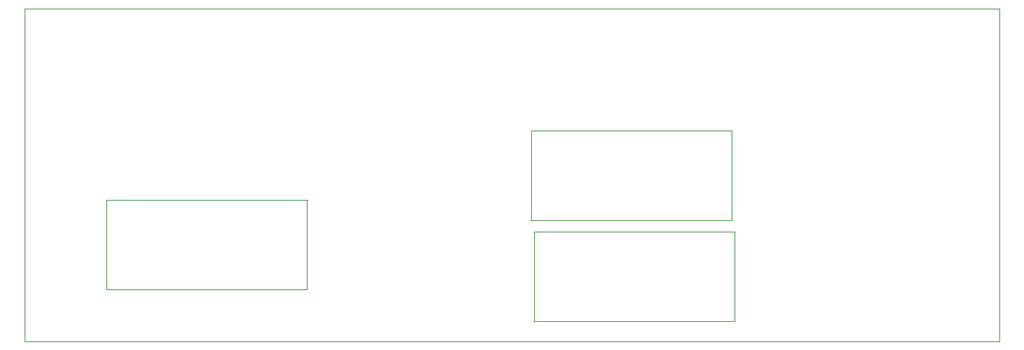
<source format=gbr>
%FSLAX44Y44*%
%OFA0.0000B0.0000*%
%SFA1B1*%
%MOMM*%
%ADD24C,0.1000X0.0000X0.0000*%
%ADD31C,0.0051X0.0000X0.0000*%
%LNBack_outline*%
%LPD*%
G54D10*
G54D24*
X0Y390000D2*
X0Y0D1*
X1140000Y390000D2*
X0Y390000D1*
X1140000Y0D2*
X1140000Y390000D1*
X0Y0D2*
X1140000Y0D1*
G54D31*
X330405Y165599D2*
X95100Y165802D1*
X95100Y165802D2*
X95100Y60798D1*
X95100Y60798D2*
X330100Y60798D1*
X330100Y60798D2*
X330100Y165802D1*
X595295Y23801D2*
X830600Y23598D1*
X830600Y23598D2*
X830600Y128602D1*
X830600Y128602D2*
X595600Y128602D1*
X595600Y128602D2*
X595600Y23598D1*
X591755Y142124D2*
X827060Y141921D1*
X827060Y141921D2*
X827060Y246925D1*
X827060Y246925D2*
X592060Y246925D1*
X592060Y246925D2*
X592060Y141921D1*
M02*

</source>
